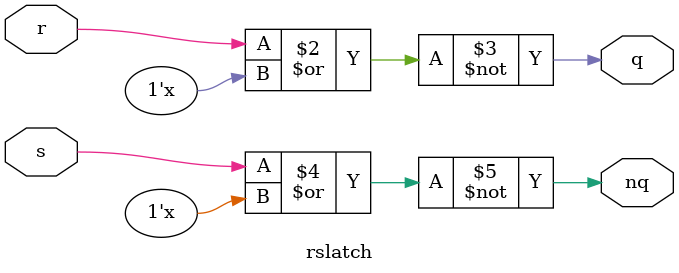
<source format=v>

`timescale 100ps/10ps

module rslatch (r,s, q, nq);

   input r,s;
   output reg q, nq;
   
   always @(r or s or q or nq)
     begin
	q  <= #10 ~(r | nq);
	nq <= #11 ~(s | q);
     end
endmodule 




   

</source>
